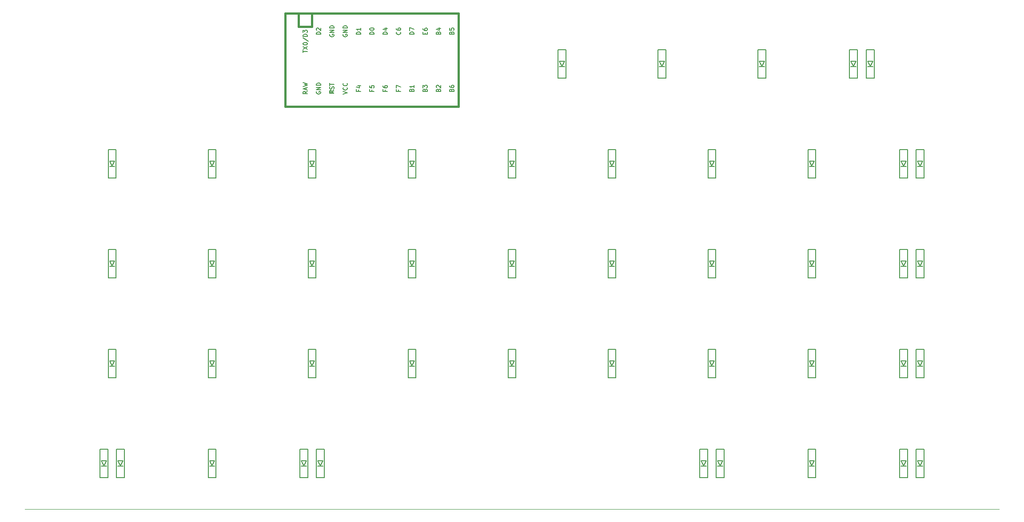
<source format=gto>
G04 #@! TF.GenerationSoftware,KiCad,Pcbnew,(5.1.4)-1*
G04 #@! TF.CreationDate,2021-09-01T11:25:30-10:00*
G04 #@! TF.ProjectId,oya45,6f796134-352e-46b6-9963-61645f706362,rev?*
G04 #@! TF.SameCoordinates,Original*
G04 #@! TF.FileFunction,Legend,Top*
G04 #@! TF.FilePolarity,Positive*
%FSLAX46Y46*%
G04 Gerber Fmt 4.6, Leading zero omitted, Abs format (unit mm)*
G04 Created by KiCad (PCBNEW (5.1.4)-1) date 2021-09-01 11:25:30*
%MOMM*%
%LPD*%
G04 APERTURE LIST*
%ADD10C,0.120000*%
%ADD11C,0.150000*%
%ADD12C,0.381000*%
%ADD13C,1.852000*%
%ADD14C,2.352000*%
%ADD15C,4.089800*%
%ADD16R,1.102000X1.502000*%
%ADD17R,1.854600X1.854600*%
%ADD18C,1.854600*%
%ADD19C,3.150000*%
G04 APERTURE END LIST*
D10*
X50006250Y-123825000D02*
X235743750Y-123825000D01*
D11*
X211887500Y-41593750D02*
X211887500Y-36193750D01*
X210387500Y-36193750D02*
X210387500Y-41593750D01*
X210387500Y-41593750D02*
X211887500Y-41593750D01*
X210387500Y-36193750D02*
X211887500Y-36193750D01*
X210637500Y-38393750D02*
X211637500Y-38393750D01*
X211637500Y-38393750D02*
X211137500Y-39293750D01*
X211137500Y-39293750D02*
X210637500Y-38393750D01*
X210637500Y-39393750D02*
X211637500Y-39393750D01*
X208712500Y-41593750D02*
X208712500Y-36193750D01*
X207212500Y-36193750D02*
X207212500Y-41593750D01*
X207212500Y-41593750D02*
X208712500Y-41593750D01*
X207212500Y-36193750D02*
X208712500Y-36193750D01*
X207462500Y-38393750D02*
X208462500Y-38393750D01*
X208462500Y-38393750D02*
X207962500Y-39293750D01*
X207962500Y-39293750D02*
X207462500Y-38393750D01*
X207462500Y-39393750D02*
X208462500Y-39393750D01*
X191250000Y-41593750D02*
X191250000Y-36193750D01*
X189750000Y-36193750D02*
X189750000Y-41593750D01*
X189750000Y-41593750D02*
X191250000Y-41593750D01*
X189750000Y-36193750D02*
X191250000Y-36193750D01*
X190000000Y-38393750D02*
X191000000Y-38393750D01*
X191000000Y-38393750D02*
X190500000Y-39293750D01*
X190500000Y-39293750D02*
X190000000Y-38393750D01*
X190000000Y-39393750D02*
X191000000Y-39393750D01*
X172200000Y-41593750D02*
X172200000Y-36193750D01*
X170700000Y-36193750D02*
X170700000Y-41593750D01*
X170700000Y-41593750D02*
X172200000Y-41593750D01*
X170700000Y-36193750D02*
X172200000Y-36193750D01*
X170950000Y-38393750D02*
X171950000Y-38393750D01*
X171950000Y-38393750D02*
X171450000Y-39293750D01*
X171450000Y-39293750D02*
X170950000Y-38393750D01*
X170950000Y-39393750D02*
X171950000Y-39393750D01*
X153150000Y-41593750D02*
X153150000Y-36193750D01*
X151650000Y-36193750D02*
X151650000Y-41593750D01*
X151650000Y-41593750D02*
X153150000Y-41593750D01*
X151650000Y-36193750D02*
X153150000Y-36193750D01*
X151900000Y-38393750D02*
X152900000Y-38393750D01*
X152900000Y-38393750D02*
X152400000Y-39293750D01*
X152400000Y-39293750D02*
X151900000Y-38393750D01*
X151900000Y-39393750D02*
X152900000Y-39393750D01*
X221412500Y-117793750D02*
X221412500Y-112393750D01*
X219912500Y-112393750D02*
X219912500Y-117793750D01*
X219912500Y-117793750D02*
X221412500Y-117793750D01*
X219912500Y-112393750D02*
X221412500Y-112393750D01*
X220162500Y-114593750D02*
X221162500Y-114593750D01*
X221162500Y-114593750D02*
X220662500Y-115493750D01*
X220662500Y-115493750D02*
X220162500Y-114593750D01*
X220162500Y-115593750D02*
X221162500Y-115593750D01*
X218237500Y-117793750D02*
X218237500Y-112393750D01*
X216737500Y-112393750D02*
X216737500Y-117793750D01*
X216737500Y-117793750D02*
X218237500Y-117793750D01*
X216737500Y-112393750D02*
X218237500Y-112393750D01*
X216987500Y-114593750D02*
X217987500Y-114593750D01*
X217987500Y-114593750D02*
X217487500Y-115493750D01*
X217487500Y-115493750D02*
X216987500Y-114593750D01*
X216987500Y-115593750D02*
X217987500Y-115593750D01*
X200775000Y-117793750D02*
X200775000Y-112393750D01*
X199275000Y-112393750D02*
X199275000Y-117793750D01*
X199275000Y-117793750D02*
X200775000Y-117793750D01*
X199275000Y-112393750D02*
X200775000Y-112393750D01*
X199525000Y-114593750D02*
X200525000Y-114593750D01*
X200525000Y-114593750D02*
X200025000Y-115493750D01*
X200025000Y-115493750D02*
X199525000Y-114593750D01*
X199525000Y-115593750D02*
X200525000Y-115593750D01*
X183312500Y-117793750D02*
X183312500Y-112393750D01*
X181812500Y-112393750D02*
X181812500Y-117793750D01*
X181812500Y-117793750D02*
X183312500Y-117793750D01*
X181812500Y-112393750D02*
X183312500Y-112393750D01*
X182062500Y-114593750D02*
X183062500Y-114593750D01*
X183062500Y-114593750D02*
X182562500Y-115493750D01*
X182562500Y-115493750D02*
X182062500Y-114593750D01*
X182062500Y-115593750D02*
X183062500Y-115593750D01*
X180137500Y-117793750D02*
X180137500Y-112393750D01*
X178637500Y-112393750D02*
X178637500Y-117793750D01*
X178637500Y-117793750D02*
X180137500Y-117793750D01*
X178637500Y-112393750D02*
X180137500Y-112393750D01*
X178887500Y-114593750D02*
X179887500Y-114593750D01*
X179887500Y-114593750D02*
X179387500Y-115493750D01*
X179387500Y-115493750D02*
X178887500Y-114593750D01*
X178887500Y-115593750D02*
X179887500Y-115593750D01*
X107112500Y-117793750D02*
X107112500Y-112393750D01*
X105612500Y-112393750D02*
X105612500Y-117793750D01*
X105612500Y-117793750D02*
X107112500Y-117793750D01*
X105612500Y-112393750D02*
X107112500Y-112393750D01*
X105862500Y-114593750D02*
X106862500Y-114593750D01*
X106862500Y-114593750D02*
X106362500Y-115493750D01*
X106362500Y-115493750D02*
X105862500Y-114593750D01*
X105862500Y-115593750D02*
X106862500Y-115593750D01*
X103937500Y-117793750D02*
X103937500Y-112393750D01*
X102437500Y-112393750D02*
X102437500Y-117793750D01*
X102437500Y-117793750D02*
X103937500Y-117793750D01*
X102437500Y-112393750D02*
X103937500Y-112393750D01*
X102687500Y-114593750D02*
X103687500Y-114593750D01*
X103687500Y-114593750D02*
X103187500Y-115493750D01*
X103187500Y-115493750D02*
X102687500Y-114593750D01*
X102687500Y-115593750D02*
X103687500Y-115593750D01*
X86475000Y-117793750D02*
X86475000Y-112393750D01*
X84975000Y-112393750D02*
X84975000Y-117793750D01*
X84975000Y-117793750D02*
X86475000Y-117793750D01*
X84975000Y-112393750D02*
X86475000Y-112393750D01*
X85225000Y-114593750D02*
X86225000Y-114593750D01*
X86225000Y-114593750D02*
X85725000Y-115493750D01*
X85725000Y-115493750D02*
X85225000Y-114593750D01*
X85225000Y-115593750D02*
X86225000Y-115593750D01*
X69012500Y-117793750D02*
X69012500Y-112393750D01*
X67512500Y-112393750D02*
X67512500Y-117793750D01*
X67512500Y-117793750D02*
X69012500Y-117793750D01*
X67512500Y-112393750D02*
X69012500Y-112393750D01*
X67762500Y-114593750D02*
X68762500Y-114593750D01*
X68762500Y-114593750D02*
X68262500Y-115493750D01*
X68262500Y-115493750D02*
X67762500Y-114593750D01*
X67762500Y-115593750D02*
X68762500Y-115593750D01*
X65837500Y-117793750D02*
X65837500Y-112393750D01*
X64337500Y-112393750D02*
X64337500Y-117793750D01*
X64337500Y-117793750D02*
X65837500Y-117793750D01*
X64337500Y-112393750D02*
X65837500Y-112393750D01*
X64587500Y-114593750D02*
X65587500Y-114593750D01*
X65587500Y-114593750D02*
X65087500Y-115493750D01*
X65087500Y-115493750D02*
X64587500Y-114593750D01*
X64587500Y-115593750D02*
X65587500Y-115593750D01*
X221412500Y-98743750D02*
X221412500Y-93343750D01*
X219912500Y-93343750D02*
X219912500Y-98743750D01*
X219912500Y-98743750D02*
X221412500Y-98743750D01*
X219912500Y-93343750D02*
X221412500Y-93343750D01*
X220162500Y-95543750D02*
X221162500Y-95543750D01*
X221162500Y-95543750D02*
X220662500Y-96443750D01*
X220662500Y-96443750D02*
X220162500Y-95543750D01*
X220162500Y-96543750D02*
X221162500Y-96543750D01*
X218237500Y-98743750D02*
X218237500Y-93343750D01*
X216737500Y-93343750D02*
X216737500Y-98743750D01*
X216737500Y-98743750D02*
X218237500Y-98743750D01*
X216737500Y-93343750D02*
X218237500Y-93343750D01*
X216987500Y-95543750D02*
X217987500Y-95543750D01*
X217987500Y-95543750D02*
X217487500Y-96443750D01*
X217487500Y-96443750D02*
X216987500Y-95543750D01*
X216987500Y-96543750D02*
X217987500Y-96543750D01*
X200775000Y-98743750D02*
X200775000Y-93343750D01*
X199275000Y-93343750D02*
X199275000Y-98743750D01*
X199275000Y-98743750D02*
X200775000Y-98743750D01*
X199275000Y-93343750D02*
X200775000Y-93343750D01*
X199525000Y-95543750D02*
X200525000Y-95543750D01*
X200525000Y-95543750D02*
X200025000Y-96443750D01*
X200025000Y-96443750D02*
X199525000Y-95543750D01*
X199525000Y-96543750D02*
X200525000Y-96543750D01*
X181725000Y-98743750D02*
X181725000Y-93343750D01*
X180225000Y-93343750D02*
X180225000Y-98743750D01*
X180225000Y-98743750D02*
X181725000Y-98743750D01*
X180225000Y-93343750D02*
X181725000Y-93343750D01*
X180475000Y-95543750D02*
X181475000Y-95543750D01*
X181475000Y-95543750D02*
X180975000Y-96443750D01*
X180975000Y-96443750D02*
X180475000Y-95543750D01*
X180475000Y-96543750D02*
X181475000Y-96543750D01*
X162675000Y-98743750D02*
X162675000Y-93343750D01*
X161175000Y-93343750D02*
X161175000Y-98743750D01*
X161175000Y-98743750D02*
X162675000Y-98743750D01*
X161175000Y-93343750D02*
X162675000Y-93343750D01*
X161425000Y-95543750D02*
X162425000Y-95543750D01*
X162425000Y-95543750D02*
X161925000Y-96443750D01*
X161925000Y-96443750D02*
X161425000Y-95543750D01*
X161425000Y-96543750D02*
X162425000Y-96543750D01*
X143625000Y-98743750D02*
X143625000Y-93343750D01*
X142125000Y-93343750D02*
X142125000Y-98743750D01*
X142125000Y-98743750D02*
X143625000Y-98743750D01*
X142125000Y-93343750D02*
X143625000Y-93343750D01*
X142375000Y-95543750D02*
X143375000Y-95543750D01*
X143375000Y-95543750D02*
X142875000Y-96443750D01*
X142875000Y-96443750D02*
X142375000Y-95543750D01*
X142375000Y-96543750D02*
X143375000Y-96543750D01*
X124575000Y-98743750D02*
X124575000Y-93343750D01*
X123075000Y-93343750D02*
X123075000Y-98743750D01*
X123075000Y-98743750D02*
X124575000Y-98743750D01*
X123075000Y-93343750D02*
X124575000Y-93343750D01*
X123325000Y-95543750D02*
X124325000Y-95543750D01*
X124325000Y-95543750D02*
X123825000Y-96443750D01*
X123825000Y-96443750D02*
X123325000Y-95543750D01*
X123325000Y-96543750D02*
X124325000Y-96543750D01*
X105525000Y-98743750D02*
X105525000Y-93343750D01*
X104025000Y-93343750D02*
X104025000Y-98743750D01*
X104025000Y-98743750D02*
X105525000Y-98743750D01*
X104025000Y-93343750D02*
X105525000Y-93343750D01*
X104275000Y-95543750D02*
X105275000Y-95543750D01*
X105275000Y-95543750D02*
X104775000Y-96443750D01*
X104775000Y-96443750D02*
X104275000Y-95543750D01*
X104275000Y-96543750D02*
X105275000Y-96543750D01*
X86475000Y-98743750D02*
X86475000Y-93343750D01*
X84975000Y-93343750D02*
X84975000Y-98743750D01*
X84975000Y-98743750D02*
X86475000Y-98743750D01*
X84975000Y-93343750D02*
X86475000Y-93343750D01*
X85225000Y-95543750D02*
X86225000Y-95543750D01*
X86225000Y-95543750D02*
X85725000Y-96443750D01*
X85725000Y-96443750D02*
X85225000Y-95543750D01*
X85225000Y-96543750D02*
X86225000Y-96543750D01*
X67425000Y-98743750D02*
X67425000Y-93343750D01*
X65925000Y-93343750D02*
X65925000Y-98743750D01*
X65925000Y-98743750D02*
X67425000Y-98743750D01*
X65925000Y-93343750D02*
X67425000Y-93343750D01*
X66175000Y-95543750D02*
X67175000Y-95543750D01*
X67175000Y-95543750D02*
X66675000Y-96443750D01*
X66675000Y-96443750D02*
X66175000Y-95543750D01*
X66175000Y-96543750D02*
X67175000Y-96543750D01*
X221412500Y-79693750D02*
X221412500Y-74293750D01*
X219912500Y-74293750D02*
X219912500Y-79693750D01*
X219912500Y-79693750D02*
X221412500Y-79693750D01*
X219912500Y-74293750D02*
X221412500Y-74293750D01*
X220162500Y-76493750D02*
X221162500Y-76493750D01*
X221162500Y-76493750D02*
X220662500Y-77393750D01*
X220662500Y-77393750D02*
X220162500Y-76493750D01*
X220162500Y-77493750D02*
X221162500Y-77493750D01*
X218237500Y-79693750D02*
X218237500Y-74293750D01*
X216737500Y-74293750D02*
X216737500Y-79693750D01*
X216737500Y-79693750D02*
X218237500Y-79693750D01*
X216737500Y-74293750D02*
X218237500Y-74293750D01*
X216987500Y-76493750D02*
X217987500Y-76493750D01*
X217987500Y-76493750D02*
X217487500Y-77393750D01*
X217487500Y-77393750D02*
X216987500Y-76493750D01*
X216987500Y-77493750D02*
X217987500Y-77493750D01*
X200775000Y-79693750D02*
X200775000Y-74293750D01*
X199275000Y-74293750D02*
X199275000Y-79693750D01*
X199275000Y-79693750D02*
X200775000Y-79693750D01*
X199275000Y-74293750D02*
X200775000Y-74293750D01*
X199525000Y-76493750D02*
X200525000Y-76493750D01*
X200525000Y-76493750D02*
X200025000Y-77393750D01*
X200025000Y-77393750D02*
X199525000Y-76493750D01*
X199525000Y-77493750D02*
X200525000Y-77493750D01*
X181725000Y-79693750D02*
X181725000Y-74293750D01*
X180225000Y-74293750D02*
X180225000Y-79693750D01*
X180225000Y-79693750D02*
X181725000Y-79693750D01*
X180225000Y-74293750D02*
X181725000Y-74293750D01*
X180475000Y-76493750D02*
X181475000Y-76493750D01*
X181475000Y-76493750D02*
X180975000Y-77393750D01*
X180975000Y-77393750D02*
X180475000Y-76493750D01*
X180475000Y-77493750D02*
X181475000Y-77493750D01*
X162675000Y-79693750D02*
X162675000Y-74293750D01*
X161175000Y-74293750D02*
X161175000Y-79693750D01*
X161175000Y-79693750D02*
X162675000Y-79693750D01*
X161175000Y-74293750D02*
X162675000Y-74293750D01*
X161425000Y-76493750D02*
X162425000Y-76493750D01*
X162425000Y-76493750D02*
X161925000Y-77393750D01*
X161925000Y-77393750D02*
X161425000Y-76493750D01*
X161425000Y-77493750D02*
X162425000Y-77493750D01*
X143625000Y-79693750D02*
X143625000Y-74293750D01*
X142125000Y-74293750D02*
X142125000Y-79693750D01*
X142125000Y-79693750D02*
X143625000Y-79693750D01*
X142125000Y-74293750D02*
X143625000Y-74293750D01*
X142375000Y-76493750D02*
X143375000Y-76493750D01*
X143375000Y-76493750D02*
X142875000Y-77393750D01*
X142875000Y-77393750D02*
X142375000Y-76493750D01*
X142375000Y-77493750D02*
X143375000Y-77493750D01*
X124575000Y-79693750D02*
X124575000Y-74293750D01*
X123075000Y-74293750D02*
X123075000Y-79693750D01*
X123075000Y-79693750D02*
X124575000Y-79693750D01*
X123075000Y-74293750D02*
X124575000Y-74293750D01*
X123325000Y-76493750D02*
X124325000Y-76493750D01*
X124325000Y-76493750D02*
X123825000Y-77393750D01*
X123825000Y-77393750D02*
X123325000Y-76493750D01*
X123325000Y-77493750D02*
X124325000Y-77493750D01*
X105525000Y-79693750D02*
X105525000Y-74293750D01*
X104025000Y-74293750D02*
X104025000Y-79693750D01*
X104025000Y-79693750D02*
X105525000Y-79693750D01*
X104025000Y-74293750D02*
X105525000Y-74293750D01*
X104275000Y-76493750D02*
X105275000Y-76493750D01*
X105275000Y-76493750D02*
X104775000Y-77393750D01*
X104775000Y-77393750D02*
X104275000Y-76493750D01*
X104275000Y-77493750D02*
X105275000Y-77493750D01*
X86475000Y-79693750D02*
X86475000Y-74293750D01*
X84975000Y-74293750D02*
X84975000Y-79693750D01*
X84975000Y-79693750D02*
X86475000Y-79693750D01*
X84975000Y-74293750D02*
X86475000Y-74293750D01*
X85225000Y-76493750D02*
X86225000Y-76493750D01*
X86225000Y-76493750D02*
X85725000Y-77393750D01*
X85725000Y-77393750D02*
X85225000Y-76493750D01*
X85225000Y-77493750D02*
X86225000Y-77493750D01*
X67425000Y-79693750D02*
X67425000Y-74293750D01*
X65925000Y-74293750D02*
X65925000Y-79693750D01*
X65925000Y-79693750D02*
X67425000Y-79693750D01*
X65925000Y-74293750D02*
X67425000Y-74293750D01*
X66175000Y-76493750D02*
X67175000Y-76493750D01*
X67175000Y-76493750D02*
X66675000Y-77393750D01*
X66675000Y-77393750D02*
X66175000Y-76493750D01*
X66175000Y-77493750D02*
X67175000Y-77493750D01*
X221412500Y-60643750D02*
X221412500Y-55243750D01*
X219912500Y-55243750D02*
X219912500Y-60643750D01*
X219912500Y-60643750D02*
X221412500Y-60643750D01*
X219912500Y-55243750D02*
X221412500Y-55243750D01*
X220162500Y-57443750D02*
X221162500Y-57443750D01*
X221162500Y-57443750D02*
X220662500Y-58343750D01*
X220662500Y-58343750D02*
X220162500Y-57443750D01*
X220162500Y-58443750D02*
X221162500Y-58443750D01*
X218237500Y-60643750D02*
X218237500Y-55243750D01*
X216737500Y-55243750D02*
X216737500Y-60643750D01*
X216737500Y-60643750D02*
X218237500Y-60643750D01*
X216737500Y-55243750D02*
X218237500Y-55243750D01*
X216987500Y-57443750D02*
X217987500Y-57443750D01*
X217987500Y-57443750D02*
X217487500Y-58343750D01*
X217487500Y-58343750D02*
X216987500Y-57443750D01*
X216987500Y-58443750D02*
X217987500Y-58443750D01*
X200775000Y-60643750D02*
X200775000Y-55243750D01*
X199275000Y-55243750D02*
X199275000Y-60643750D01*
X199275000Y-60643750D02*
X200775000Y-60643750D01*
X199275000Y-55243750D02*
X200775000Y-55243750D01*
X199525000Y-57443750D02*
X200525000Y-57443750D01*
X200525000Y-57443750D02*
X200025000Y-58343750D01*
X200025000Y-58343750D02*
X199525000Y-57443750D01*
X199525000Y-58443750D02*
X200525000Y-58443750D01*
X181725000Y-60643750D02*
X181725000Y-55243750D01*
X180225000Y-55243750D02*
X180225000Y-60643750D01*
X180225000Y-60643750D02*
X181725000Y-60643750D01*
X180225000Y-55243750D02*
X181725000Y-55243750D01*
X180475000Y-57443750D02*
X181475000Y-57443750D01*
X181475000Y-57443750D02*
X180975000Y-58343750D01*
X180975000Y-58343750D02*
X180475000Y-57443750D01*
X180475000Y-58443750D02*
X181475000Y-58443750D01*
X162675000Y-60643750D02*
X162675000Y-55243750D01*
X161175000Y-55243750D02*
X161175000Y-60643750D01*
X161175000Y-60643750D02*
X162675000Y-60643750D01*
X161175000Y-55243750D02*
X162675000Y-55243750D01*
X161425000Y-57443750D02*
X162425000Y-57443750D01*
X162425000Y-57443750D02*
X161925000Y-58343750D01*
X161925000Y-58343750D02*
X161425000Y-57443750D01*
X161425000Y-58443750D02*
X162425000Y-58443750D01*
X143625000Y-60643750D02*
X143625000Y-55243750D01*
X142125000Y-55243750D02*
X142125000Y-60643750D01*
X142125000Y-60643750D02*
X143625000Y-60643750D01*
X142125000Y-55243750D02*
X143625000Y-55243750D01*
X142375000Y-57443750D02*
X143375000Y-57443750D01*
X143375000Y-57443750D02*
X142875000Y-58343750D01*
X142875000Y-58343750D02*
X142375000Y-57443750D01*
X142375000Y-58443750D02*
X143375000Y-58443750D01*
X124575000Y-60643750D02*
X124575000Y-55243750D01*
X123075000Y-55243750D02*
X123075000Y-60643750D01*
X123075000Y-60643750D02*
X124575000Y-60643750D01*
X123075000Y-55243750D02*
X124575000Y-55243750D01*
X123325000Y-57443750D02*
X124325000Y-57443750D01*
X124325000Y-57443750D02*
X123825000Y-58343750D01*
X123825000Y-58343750D02*
X123325000Y-57443750D01*
X123325000Y-58443750D02*
X124325000Y-58443750D01*
X105525000Y-60643750D02*
X105525000Y-55243750D01*
X104025000Y-55243750D02*
X104025000Y-60643750D01*
X104025000Y-60643750D02*
X105525000Y-60643750D01*
X104025000Y-55243750D02*
X105525000Y-55243750D01*
X104275000Y-57443750D02*
X105275000Y-57443750D01*
X105275000Y-57443750D02*
X104775000Y-58343750D01*
X104775000Y-58343750D02*
X104275000Y-57443750D01*
X104275000Y-58443750D02*
X105275000Y-58443750D01*
X86475000Y-60643750D02*
X86475000Y-55243750D01*
X84975000Y-55243750D02*
X84975000Y-60643750D01*
X84975000Y-60643750D02*
X86475000Y-60643750D01*
X84975000Y-55243750D02*
X86475000Y-55243750D01*
X85225000Y-57443750D02*
X86225000Y-57443750D01*
X86225000Y-57443750D02*
X85725000Y-58343750D01*
X85725000Y-58343750D02*
X85225000Y-57443750D01*
X85225000Y-58443750D02*
X86225000Y-58443750D01*
X67425000Y-60643750D02*
X67425000Y-55243750D01*
X65925000Y-55243750D02*
X65925000Y-60643750D01*
X65925000Y-60643750D02*
X67425000Y-60643750D01*
X65925000Y-55243750D02*
X67425000Y-55243750D01*
X66175000Y-57443750D02*
X67175000Y-57443750D01*
X67175000Y-57443750D02*
X66675000Y-58343750D01*
X66675000Y-58343750D02*
X66175000Y-57443750D01*
X66175000Y-58443750D02*
X67175000Y-58443750D01*
D12*
X104775000Y-31750000D02*
X104775000Y-29210000D01*
X102235000Y-31750000D02*
X104775000Y-31750000D01*
D11*
G36*
X108524030Y-44144635D02*
G01*
X108624030Y-44144635D01*
X108624030Y-44244635D01*
X108524030Y-44244635D01*
X108524030Y-44144635D01*
G37*
X108524030Y-44144635D02*
X108624030Y-44144635D01*
X108624030Y-44244635D01*
X108524030Y-44244635D01*
X108524030Y-44144635D01*
G36*
X108124030Y-44344635D02*
G01*
X108924030Y-44344635D01*
X108924030Y-44444635D01*
X108124030Y-44444635D01*
X108124030Y-44344635D01*
G37*
X108124030Y-44344635D02*
X108924030Y-44344635D01*
X108924030Y-44444635D01*
X108124030Y-44444635D01*
X108124030Y-44344635D01*
G36*
X108724030Y-43944635D02*
G01*
X108924030Y-43944635D01*
X108924030Y-44044635D01*
X108724030Y-44044635D01*
X108724030Y-43944635D01*
G37*
X108724030Y-43944635D02*
X108924030Y-43944635D01*
X108924030Y-44044635D01*
X108724030Y-44044635D01*
X108724030Y-43944635D01*
G36*
X108124030Y-43944635D02*
G01*
X108424030Y-43944635D01*
X108424030Y-44044635D01*
X108124030Y-44044635D01*
X108124030Y-43944635D01*
G37*
X108124030Y-43944635D02*
X108424030Y-43944635D01*
X108424030Y-44044635D01*
X108124030Y-44044635D01*
X108124030Y-43944635D01*
G36*
X108124030Y-43944635D02*
G01*
X108224030Y-43944635D01*
X108224030Y-44444635D01*
X108124030Y-44444635D01*
X108124030Y-43944635D01*
G37*
X108124030Y-43944635D02*
X108224030Y-43944635D01*
X108224030Y-44444635D01*
X108124030Y-44444635D01*
X108124030Y-43944635D01*
D12*
X132715000Y-46990000D02*
X99695000Y-46990000D01*
X132715000Y-29210000D02*
X132715000Y-46990000D01*
X99695000Y-29210000D02*
X132715000Y-29210000D01*
X99695000Y-46990000D02*
X99695000Y-29210000D01*
X102235000Y-31750000D02*
X102235000Y-29210000D01*
D11*
X106406904Y-33229476D02*
X105606904Y-33229476D01*
X105606904Y-33039000D01*
X105645000Y-32924714D01*
X105721190Y-32848523D01*
X105797380Y-32810428D01*
X105949761Y-32772333D01*
X106064047Y-32772333D01*
X106216428Y-32810428D01*
X106292619Y-32848523D01*
X106368809Y-32924714D01*
X106406904Y-33039000D01*
X106406904Y-33229476D01*
X105683095Y-32467571D02*
X105645000Y-32429476D01*
X105606904Y-32353285D01*
X105606904Y-32162809D01*
X105645000Y-32086619D01*
X105683095Y-32048523D01*
X105759285Y-32010428D01*
X105835476Y-32010428D01*
X105949761Y-32048523D01*
X106406904Y-32505666D01*
X106406904Y-32010428D01*
X116566904Y-33229476D02*
X115766904Y-33229476D01*
X115766904Y-33039000D01*
X115805000Y-32924714D01*
X115881190Y-32848523D01*
X115957380Y-32810428D01*
X116109761Y-32772333D01*
X116224047Y-32772333D01*
X116376428Y-32810428D01*
X116452619Y-32848523D01*
X116528809Y-32924714D01*
X116566904Y-33039000D01*
X116566904Y-33229476D01*
X115766904Y-32277095D02*
X115766904Y-32200904D01*
X115805000Y-32124714D01*
X115843095Y-32086619D01*
X115919285Y-32048523D01*
X116071666Y-32010428D01*
X116262142Y-32010428D01*
X116414523Y-32048523D01*
X116490714Y-32086619D01*
X116528809Y-32124714D01*
X116566904Y-32200904D01*
X116566904Y-32277095D01*
X116528809Y-32353285D01*
X116490714Y-32391380D01*
X116414523Y-32429476D01*
X116262142Y-32467571D01*
X116071666Y-32467571D01*
X115919285Y-32429476D01*
X115843095Y-32391380D01*
X115805000Y-32353285D01*
X115766904Y-32277095D01*
X114026904Y-33229476D02*
X113226904Y-33229476D01*
X113226904Y-33039000D01*
X113265000Y-32924714D01*
X113341190Y-32848523D01*
X113417380Y-32810428D01*
X113569761Y-32772333D01*
X113684047Y-32772333D01*
X113836428Y-32810428D01*
X113912619Y-32848523D01*
X113988809Y-32924714D01*
X114026904Y-33039000D01*
X114026904Y-33229476D01*
X114026904Y-32010428D02*
X114026904Y-32467571D01*
X114026904Y-32239000D02*
X113226904Y-32239000D01*
X113341190Y-32315190D01*
X113417380Y-32391380D01*
X113455476Y-32467571D01*
X110725000Y-33248523D02*
X110686904Y-33324714D01*
X110686904Y-33439000D01*
X110725000Y-33553285D01*
X110801190Y-33629476D01*
X110877380Y-33667571D01*
X111029761Y-33705666D01*
X111144047Y-33705666D01*
X111296428Y-33667571D01*
X111372619Y-33629476D01*
X111448809Y-33553285D01*
X111486904Y-33439000D01*
X111486904Y-33362809D01*
X111448809Y-33248523D01*
X111410714Y-33210428D01*
X111144047Y-33210428D01*
X111144047Y-33362809D01*
X111486904Y-32867571D02*
X110686904Y-32867571D01*
X111486904Y-32410428D01*
X110686904Y-32410428D01*
X111486904Y-32029476D02*
X110686904Y-32029476D01*
X110686904Y-31839000D01*
X110725000Y-31724714D01*
X110801190Y-31648523D01*
X110877380Y-31610428D01*
X111029761Y-31572333D01*
X111144047Y-31572333D01*
X111296428Y-31610428D01*
X111372619Y-31648523D01*
X111448809Y-31724714D01*
X111486904Y-31839000D01*
X111486904Y-32029476D01*
X108185000Y-33248523D02*
X108146904Y-33324714D01*
X108146904Y-33439000D01*
X108185000Y-33553285D01*
X108261190Y-33629476D01*
X108337380Y-33667571D01*
X108489761Y-33705666D01*
X108604047Y-33705666D01*
X108756428Y-33667571D01*
X108832619Y-33629476D01*
X108908809Y-33553285D01*
X108946904Y-33439000D01*
X108946904Y-33362809D01*
X108908809Y-33248523D01*
X108870714Y-33210428D01*
X108604047Y-33210428D01*
X108604047Y-33362809D01*
X108946904Y-32867571D02*
X108146904Y-32867571D01*
X108946904Y-32410428D01*
X108146904Y-32410428D01*
X108946904Y-32029476D02*
X108146904Y-32029476D01*
X108146904Y-31839000D01*
X108185000Y-31724714D01*
X108261190Y-31648523D01*
X108337380Y-31610428D01*
X108489761Y-31572333D01*
X108604047Y-31572333D01*
X108756428Y-31610428D01*
X108832619Y-31648523D01*
X108908809Y-31724714D01*
X108946904Y-31839000D01*
X108946904Y-32029476D01*
X119106904Y-33229476D02*
X118306904Y-33229476D01*
X118306904Y-33039000D01*
X118345000Y-32924714D01*
X118421190Y-32848523D01*
X118497380Y-32810428D01*
X118649761Y-32772333D01*
X118764047Y-32772333D01*
X118916428Y-32810428D01*
X118992619Y-32848523D01*
X119068809Y-32924714D01*
X119106904Y-33039000D01*
X119106904Y-33229476D01*
X118573571Y-32086619D02*
X119106904Y-32086619D01*
X118268809Y-32277095D02*
X118840238Y-32467571D01*
X118840238Y-31972333D01*
X121570714Y-32772333D02*
X121608809Y-32810428D01*
X121646904Y-32924714D01*
X121646904Y-33000904D01*
X121608809Y-33115190D01*
X121532619Y-33191380D01*
X121456428Y-33229476D01*
X121304047Y-33267571D01*
X121189761Y-33267571D01*
X121037380Y-33229476D01*
X120961190Y-33191380D01*
X120885000Y-33115190D01*
X120846904Y-33000904D01*
X120846904Y-32924714D01*
X120885000Y-32810428D01*
X120923095Y-32772333D01*
X120846904Y-32086619D02*
X120846904Y-32239000D01*
X120885000Y-32315190D01*
X120923095Y-32353285D01*
X121037380Y-32429476D01*
X121189761Y-32467571D01*
X121494523Y-32467571D01*
X121570714Y-32429476D01*
X121608809Y-32391380D01*
X121646904Y-32315190D01*
X121646904Y-32162809D01*
X121608809Y-32086619D01*
X121570714Y-32048523D01*
X121494523Y-32010428D01*
X121304047Y-32010428D01*
X121227857Y-32048523D01*
X121189761Y-32086619D01*
X121151666Y-32162809D01*
X121151666Y-32315190D01*
X121189761Y-32391380D01*
X121227857Y-32429476D01*
X121304047Y-32467571D01*
X124186904Y-33229476D02*
X123386904Y-33229476D01*
X123386904Y-33039000D01*
X123425000Y-32924714D01*
X123501190Y-32848523D01*
X123577380Y-32810428D01*
X123729761Y-32772333D01*
X123844047Y-32772333D01*
X123996428Y-32810428D01*
X124072619Y-32848523D01*
X124148809Y-32924714D01*
X124186904Y-33039000D01*
X124186904Y-33229476D01*
X123386904Y-32505666D02*
X123386904Y-31972333D01*
X124186904Y-32315190D01*
X126307857Y-33191380D02*
X126307857Y-32924714D01*
X126726904Y-32810428D02*
X126726904Y-33191380D01*
X125926904Y-33191380D01*
X125926904Y-32810428D01*
X125926904Y-32124714D02*
X125926904Y-32277095D01*
X125965000Y-32353285D01*
X126003095Y-32391380D01*
X126117380Y-32467571D01*
X126269761Y-32505666D01*
X126574523Y-32505666D01*
X126650714Y-32467571D01*
X126688809Y-32429476D01*
X126726904Y-32353285D01*
X126726904Y-32200904D01*
X126688809Y-32124714D01*
X126650714Y-32086619D01*
X126574523Y-32048523D01*
X126384047Y-32048523D01*
X126307857Y-32086619D01*
X126269761Y-32124714D01*
X126231666Y-32200904D01*
X126231666Y-32353285D01*
X126269761Y-32429476D01*
X126307857Y-32467571D01*
X126384047Y-32505666D01*
X128847857Y-32962809D02*
X128885952Y-32848523D01*
X128924047Y-32810428D01*
X129000238Y-32772333D01*
X129114523Y-32772333D01*
X129190714Y-32810428D01*
X129228809Y-32848523D01*
X129266904Y-32924714D01*
X129266904Y-33229476D01*
X128466904Y-33229476D01*
X128466904Y-32962809D01*
X128505000Y-32886619D01*
X128543095Y-32848523D01*
X128619285Y-32810428D01*
X128695476Y-32810428D01*
X128771666Y-32848523D01*
X128809761Y-32886619D01*
X128847857Y-32962809D01*
X128847857Y-33229476D01*
X128733571Y-32086619D02*
X129266904Y-32086619D01*
X128428809Y-32277095D02*
X129000238Y-32467571D01*
X129000238Y-31972333D01*
X131387857Y-32962809D02*
X131425952Y-32848523D01*
X131464047Y-32810428D01*
X131540238Y-32772333D01*
X131654523Y-32772333D01*
X131730714Y-32810428D01*
X131768809Y-32848523D01*
X131806904Y-32924714D01*
X131806904Y-33229476D01*
X131006904Y-33229476D01*
X131006904Y-32962809D01*
X131045000Y-32886619D01*
X131083095Y-32848523D01*
X131159285Y-32810428D01*
X131235476Y-32810428D01*
X131311666Y-32848523D01*
X131349761Y-32886619D01*
X131387857Y-32962809D01*
X131387857Y-33229476D01*
X131006904Y-32048523D02*
X131006904Y-32429476D01*
X131387857Y-32467571D01*
X131349761Y-32429476D01*
X131311666Y-32353285D01*
X131311666Y-32162809D01*
X131349761Y-32086619D01*
X131387857Y-32048523D01*
X131464047Y-32010428D01*
X131654523Y-32010428D01*
X131730714Y-32048523D01*
X131768809Y-32086619D01*
X131806904Y-32162809D01*
X131806904Y-32353285D01*
X131768809Y-32429476D01*
X131730714Y-32467571D01*
X131387857Y-43884809D02*
X131425952Y-43770523D01*
X131464047Y-43732428D01*
X131540238Y-43694333D01*
X131654523Y-43694333D01*
X131730714Y-43732428D01*
X131768809Y-43770523D01*
X131806904Y-43846714D01*
X131806904Y-44151476D01*
X131006904Y-44151476D01*
X131006904Y-43884809D01*
X131045000Y-43808619D01*
X131083095Y-43770523D01*
X131159285Y-43732428D01*
X131235476Y-43732428D01*
X131311666Y-43770523D01*
X131349761Y-43808619D01*
X131387857Y-43884809D01*
X131387857Y-44151476D01*
X131006904Y-43008619D02*
X131006904Y-43161000D01*
X131045000Y-43237190D01*
X131083095Y-43275285D01*
X131197380Y-43351476D01*
X131349761Y-43389571D01*
X131654523Y-43389571D01*
X131730714Y-43351476D01*
X131768809Y-43313380D01*
X131806904Y-43237190D01*
X131806904Y-43084809D01*
X131768809Y-43008619D01*
X131730714Y-42970523D01*
X131654523Y-42932428D01*
X131464047Y-42932428D01*
X131387857Y-42970523D01*
X131349761Y-43008619D01*
X131311666Y-43084809D01*
X131311666Y-43237190D01*
X131349761Y-43313380D01*
X131387857Y-43351476D01*
X131464047Y-43389571D01*
X126307857Y-43884809D02*
X126345952Y-43770523D01*
X126384047Y-43732428D01*
X126460238Y-43694333D01*
X126574523Y-43694333D01*
X126650714Y-43732428D01*
X126688809Y-43770523D01*
X126726904Y-43846714D01*
X126726904Y-44151476D01*
X125926904Y-44151476D01*
X125926904Y-43884809D01*
X125965000Y-43808619D01*
X126003095Y-43770523D01*
X126079285Y-43732428D01*
X126155476Y-43732428D01*
X126231666Y-43770523D01*
X126269761Y-43808619D01*
X126307857Y-43884809D01*
X126307857Y-44151476D01*
X125926904Y-43427666D02*
X125926904Y-42932428D01*
X126231666Y-43199095D01*
X126231666Y-43084809D01*
X126269761Y-43008619D01*
X126307857Y-42970523D01*
X126384047Y-42932428D01*
X126574523Y-42932428D01*
X126650714Y-42970523D01*
X126688809Y-43008619D01*
X126726904Y-43084809D01*
X126726904Y-43313380D01*
X126688809Y-43389571D01*
X126650714Y-43427666D01*
X123767857Y-43884809D02*
X123805952Y-43770523D01*
X123844047Y-43732428D01*
X123920238Y-43694333D01*
X124034523Y-43694333D01*
X124110714Y-43732428D01*
X124148809Y-43770523D01*
X124186904Y-43846714D01*
X124186904Y-44151476D01*
X123386904Y-44151476D01*
X123386904Y-43884809D01*
X123425000Y-43808619D01*
X123463095Y-43770523D01*
X123539285Y-43732428D01*
X123615476Y-43732428D01*
X123691666Y-43770523D01*
X123729761Y-43808619D01*
X123767857Y-43884809D01*
X123767857Y-44151476D01*
X124186904Y-42932428D02*
X124186904Y-43389571D01*
X124186904Y-43161000D02*
X123386904Y-43161000D01*
X123501190Y-43237190D01*
X123577380Y-43313380D01*
X123615476Y-43389571D01*
X113607857Y-43827666D02*
X113607857Y-44094333D01*
X114026904Y-44094333D02*
X113226904Y-44094333D01*
X113226904Y-43713380D01*
X113493571Y-43065761D02*
X114026904Y-43065761D01*
X113188809Y-43256238D02*
X113760238Y-43446714D01*
X113760238Y-42951476D01*
X110686904Y-44627666D02*
X111486904Y-44361000D01*
X110686904Y-44094333D01*
X111410714Y-43370523D02*
X111448809Y-43408619D01*
X111486904Y-43522904D01*
X111486904Y-43599095D01*
X111448809Y-43713380D01*
X111372619Y-43789571D01*
X111296428Y-43827666D01*
X111144047Y-43865761D01*
X111029761Y-43865761D01*
X110877380Y-43827666D01*
X110801190Y-43789571D01*
X110725000Y-43713380D01*
X110686904Y-43599095D01*
X110686904Y-43522904D01*
X110725000Y-43408619D01*
X110763095Y-43370523D01*
X111410714Y-42570523D02*
X111448809Y-42608619D01*
X111486904Y-42722904D01*
X111486904Y-42799095D01*
X111448809Y-42913380D01*
X111372619Y-42989571D01*
X111296428Y-43027666D01*
X111144047Y-43065761D01*
X111029761Y-43065761D01*
X110877380Y-43027666D01*
X110801190Y-42989571D01*
X110725000Y-42913380D01*
X110686904Y-42799095D01*
X110686904Y-42722904D01*
X110725000Y-42608619D01*
X110763095Y-42570523D01*
X105645000Y-44170523D02*
X105606904Y-44246714D01*
X105606904Y-44361000D01*
X105645000Y-44475285D01*
X105721190Y-44551476D01*
X105797380Y-44589571D01*
X105949761Y-44627666D01*
X106064047Y-44627666D01*
X106216428Y-44589571D01*
X106292619Y-44551476D01*
X106368809Y-44475285D01*
X106406904Y-44361000D01*
X106406904Y-44284809D01*
X106368809Y-44170523D01*
X106330714Y-44132428D01*
X106064047Y-44132428D01*
X106064047Y-44284809D01*
X106406904Y-43789571D02*
X105606904Y-43789571D01*
X106406904Y-43332428D01*
X105606904Y-43332428D01*
X106406904Y-42951476D02*
X105606904Y-42951476D01*
X105606904Y-42761000D01*
X105645000Y-42646714D01*
X105721190Y-42570523D01*
X105797380Y-42532428D01*
X105949761Y-42494333D01*
X106064047Y-42494333D01*
X106216428Y-42532428D01*
X106292619Y-42570523D01*
X106368809Y-42646714D01*
X106406904Y-42761000D01*
X106406904Y-42951476D01*
X103866904Y-44113380D02*
X103485952Y-44380047D01*
X103866904Y-44570523D02*
X103066904Y-44570523D01*
X103066904Y-44265761D01*
X103105000Y-44189571D01*
X103143095Y-44151476D01*
X103219285Y-44113380D01*
X103333571Y-44113380D01*
X103409761Y-44151476D01*
X103447857Y-44189571D01*
X103485952Y-44265761D01*
X103485952Y-44570523D01*
X103638333Y-43808619D02*
X103638333Y-43427666D01*
X103866904Y-43884809D02*
X103066904Y-43618142D01*
X103866904Y-43351476D01*
X103066904Y-43161000D02*
X103866904Y-42970523D01*
X103295476Y-42818142D01*
X103866904Y-42665761D01*
X103066904Y-42475285D01*
X116147857Y-43827666D02*
X116147857Y-44094333D01*
X116566904Y-44094333D02*
X115766904Y-44094333D01*
X115766904Y-43713380D01*
X115766904Y-43027666D02*
X115766904Y-43408619D01*
X116147857Y-43446714D01*
X116109761Y-43408619D01*
X116071666Y-43332428D01*
X116071666Y-43141952D01*
X116109761Y-43065761D01*
X116147857Y-43027666D01*
X116224047Y-42989571D01*
X116414523Y-42989571D01*
X116490714Y-43027666D01*
X116528809Y-43065761D01*
X116566904Y-43141952D01*
X116566904Y-43332428D01*
X116528809Y-43408619D01*
X116490714Y-43446714D01*
X118687857Y-43827666D02*
X118687857Y-44094333D01*
X119106904Y-44094333D02*
X118306904Y-44094333D01*
X118306904Y-43713380D01*
X118306904Y-43065761D02*
X118306904Y-43218142D01*
X118345000Y-43294333D01*
X118383095Y-43332428D01*
X118497380Y-43408619D01*
X118649761Y-43446714D01*
X118954523Y-43446714D01*
X119030714Y-43408619D01*
X119068809Y-43370523D01*
X119106904Y-43294333D01*
X119106904Y-43141952D01*
X119068809Y-43065761D01*
X119030714Y-43027666D01*
X118954523Y-42989571D01*
X118764047Y-42989571D01*
X118687857Y-43027666D01*
X118649761Y-43065761D01*
X118611666Y-43141952D01*
X118611666Y-43294333D01*
X118649761Y-43370523D01*
X118687857Y-43408619D01*
X118764047Y-43446714D01*
X121227857Y-43827666D02*
X121227857Y-44094333D01*
X121646904Y-44094333D02*
X120846904Y-44094333D01*
X120846904Y-43713380D01*
X120846904Y-43484809D02*
X120846904Y-42951476D01*
X121646904Y-43294333D01*
X128847857Y-43884809D02*
X128885952Y-43770523D01*
X128924047Y-43732428D01*
X129000238Y-43694333D01*
X129114523Y-43694333D01*
X129190714Y-43732428D01*
X129228809Y-43770523D01*
X129266904Y-43846714D01*
X129266904Y-44151476D01*
X128466904Y-44151476D01*
X128466904Y-43884809D01*
X128505000Y-43808619D01*
X128543095Y-43770523D01*
X128619285Y-43732428D01*
X128695476Y-43732428D01*
X128771666Y-43770523D01*
X128809761Y-43808619D01*
X128847857Y-43884809D01*
X128847857Y-44151476D01*
X128543095Y-43389571D02*
X128505000Y-43351476D01*
X128466904Y-43275285D01*
X128466904Y-43084809D01*
X128505000Y-43008619D01*
X128543095Y-42970523D01*
X128619285Y-42932428D01*
X128695476Y-42932428D01*
X128809761Y-42970523D01*
X129266904Y-43427666D01*
X129266904Y-42932428D01*
X103066904Y-36718604D02*
X103066904Y-36261461D01*
X103866904Y-36490032D02*
X103066904Y-36490032D01*
X103066904Y-36070985D02*
X103866904Y-35537651D01*
X103066904Y-35537651D02*
X103866904Y-36070985D01*
X103066904Y-35080508D02*
X103066904Y-35004318D01*
X103105000Y-34928128D01*
X103143095Y-34890032D01*
X103219285Y-34851937D01*
X103371666Y-34813842D01*
X103562142Y-34813842D01*
X103714523Y-34851937D01*
X103790714Y-34890032D01*
X103828809Y-34928128D01*
X103866904Y-35004318D01*
X103866904Y-35080508D01*
X103828809Y-35156699D01*
X103790714Y-35194794D01*
X103714523Y-35232889D01*
X103562142Y-35270985D01*
X103371666Y-35270985D01*
X103219285Y-35232889D01*
X103143095Y-35194794D01*
X103105000Y-35156699D01*
X103066904Y-35080508D01*
X103028809Y-33899556D02*
X104057380Y-34585270D01*
X103866904Y-33632889D02*
X103066904Y-33632889D01*
X103066904Y-33442413D01*
X103105000Y-33328128D01*
X103181190Y-33251937D01*
X103257380Y-33213842D01*
X103409761Y-33175747D01*
X103524047Y-33175747D01*
X103676428Y-33213842D01*
X103752619Y-33251937D01*
X103828809Y-33328128D01*
X103866904Y-33442413D01*
X103866904Y-33632889D01*
X103066904Y-32909080D02*
X103066904Y-32413842D01*
X103371666Y-32680508D01*
X103371666Y-32566223D01*
X103409761Y-32490032D01*
X103447857Y-32451937D01*
X103524047Y-32413842D01*
X103714523Y-32413842D01*
X103790714Y-32451937D01*
X103828809Y-32490032D01*
X103866904Y-32566223D01*
X103866904Y-32794794D01*
X103828809Y-32870985D01*
X103790714Y-32909080D01*
X108888809Y-43673333D02*
X108926904Y-43559047D01*
X108926904Y-43368571D01*
X108888809Y-43292380D01*
X108850714Y-43254285D01*
X108774523Y-43216190D01*
X108698333Y-43216190D01*
X108622142Y-43254285D01*
X108584047Y-43292380D01*
X108545952Y-43368571D01*
X108507857Y-43520952D01*
X108469761Y-43597142D01*
X108431666Y-43635238D01*
X108355476Y-43673333D01*
X108279285Y-43673333D01*
X108203095Y-43635238D01*
X108165000Y-43597142D01*
X108126904Y-43520952D01*
X108126904Y-43330476D01*
X108165000Y-43216190D01*
X108126904Y-42987619D02*
X108126904Y-42530476D01*
X108926904Y-42759047D02*
X108126904Y-42759047D01*
%LPC*%
D13*
X90170000Y-114300000D03*
X100330000Y-114300000D03*
D14*
X99060000Y-111760000D03*
D15*
X95250000Y-114300000D03*
D14*
X92710000Y-109220000D03*
D13*
X166370000Y-114300000D03*
X176530000Y-114300000D03*
D14*
X175260000Y-111760000D03*
D15*
X171450000Y-114300000D03*
D14*
X168910000Y-109220000D03*
D13*
X137795000Y-38100000D03*
X147955000Y-38100000D03*
D14*
X146685000Y-35560000D03*
D15*
X142875000Y-38100000D03*
D14*
X140335000Y-33020000D03*
D16*
X211137500Y-37118750D03*
X211137500Y-40668750D03*
X207962500Y-37118750D03*
X207962500Y-40668750D03*
X190500000Y-37118750D03*
X190500000Y-40668750D03*
X171450000Y-37118750D03*
X171450000Y-40668750D03*
X152400000Y-37118750D03*
X152400000Y-40668750D03*
X220662500Y-113318750D03*
X220662500Y-116868750D03*
X217487500Y-113318750D03*
X217487500Y-116868750D03*
X200025000Y-113318750D03*
X200025000Y-116868750D03*
X182562500Y-113318750D03*
X182562500Y-116868750D03*
X179387500Y-113318750D03*
X179387500Y-116868750D03*
X106362500Y-113318750D03*
X106362500Y-116868750D03*
X103187500Y-113318750D03*
X103187500Y-116868750D03*
X85725000Y-113318750D03*
X85725000Y-116868750D03*
X68262500Y-113318750D03*
X68262500Y-116868750D03*
X65087500Y-113318750D03*
X65087500Y-116868750D03*
X220662500Y-94268750D03*
X220662500Y-97818750D03*
X217487500Y-94268750D03*
X217487500Y-97818750D03*
X200025000Y-94268750D03*
X200025000Y-97818750D03*
X180975000Y-94268750D03*
X180975000Y-97818750D03*
X161925000Y-94268750D03*
X161925000Y-97818750D03*
X142875000Y-94268750D03*
X142875000Y-97818750D03*
X123825000Y-94268750D03*
X123825000Y-97818750D03*
X104775000Y-94268750D03*
X104775000Y-97818750D03*
X85725000Y-94268750D03*
X85725000Y-97818750D03*
X66675000Y-94268750D03*
X66675000Y-97818750D03*
X220662500Y-75218750D03*
X220662500Y-78768750D03*
X217487500Y-75218750D03*
X217487500Y-78768750D03*
X200025000Y-75218750D03*
X200025000Y-78768750D03*
X180975000Y-75218750D03*
X180975000Y-78768750D03*
X161925000Y-75218750D03*
X161925000Y-78768750D03*
X142875000Y-75218750D03*
X142875000Y-78768750D03*
X123825000Y-75218750D03*
X123825000Y-78768750D03*
X104775000Y-75218750D03*
X104775000Y-78768750D03*
X85725000Y-75218750D03*
X85725000Y-78768750D03*
X66675000Y-75218750D03*
X66675000Y-78768750D03*
X220662500Y-56168750D03*
X220662500Y-59718750D03*
X217487500Y-56168750D03*
X217487500Y-59718750D03*
X200025000Y-56168750D03*
X200025000Y-59718750D03*
X180975000Y-56168750D03*
X180975000Y-59718750D03*
X161925000Y-56168750D03*
X161925000Y-59718750D03*
X142875000Y-56168750D03*
X142875000Y-59718750D03*
X123825000Y-56168750D03*
X123825000Y-59718750D03*
X104775000Y-56168750D03*
X104775000Y-59718750D03*
X85725000Y-56168750D03*
X85725000Y-59718750D03*
X66675000Y-56168750D03*
X66675000Y-59718750D03*
D13*
X194945000Y-38100000D03*
X205105000Y-38100000D03*
D14*
X203835000Y-35560000D03*
D15*
X200025000Y-38100000D03*
D14*
X197485000Y-33020000D03*
D13*
X213995000Y-38100000D03*
X224155000Y-38100000D03*
D14*
X222885000Y-35560000D03*
D15*
X219075000Y-38100000D03*
D14*
X216535000Y-33020000D03*
D17*
X103505000Y-30480000D03*
D18*
X106045000Y-30480000D03*
X108585000Y-30480000D03*
X111125000Y-30480000D03*
X113665000Y-30480000D03*
X116205000Y-30480000D03*
X118745000Y-30480000D03*
X121285000Y-30480000D03*
X123825000Y-30480000D03*
X126365000Y-30480000D03*
X128905000Y-30480000D03*
X131445000Y-45720000D03*
X128905000Y-45720000D03*
X126365000Y-45720000D03*
X123825000Y-45720000D03*
X121285000Y-45720000D03*
X118745000Y-45720000D03*
X116205000Y-45720000D03*
X113665000Y-45720000D03*
X111125000Y-45720000D03*
X108585000Y-45720000D03*
X106045000Y-45720000D03*
X131445000Y-30480000D03*
X103505000Y-45720000D03*
D15*
X150018750Y-106045000D03*
X173831250Y-106045000D03*
D19*
X150018750Y-121285000D03*
X173831250Y-121285000D03*
D13*
X156845000Y-114300000D03*
X167005000Y-114300000D03*
D14*
X165735000Y-111760000D03*
D15*
X161925000Y-114300000D03*
D14*
X159385000Y-109220000D03*
D15*
X111918750Y-106045000D03*
X135731250Y-106045000D03*
D19*
X111918750Y-121285000D03*
X135731250Y-121285000D03*
D13*
X118745000Y-114300000D03*
X128905000Y-114300000D03*
D14*
X127635000Y-111760000D03*
D15*
X123825000Y-114300000D03*
D14*
X121285000Y-109220000D03*
X140335000Y-109220000D03*
D15*
X142875000Y-114300000D03*
D14*
X146685000Y-111760000D03*
D13*
X147955000Y-114300000D03*
X137795000Y-114300000D03*
D19*
X190500000Y-121285000D03*
X95250000Y-121285000D03*
D15*
X190500000Y-106045000D03*
X95250000Y-106045000D03*
D13*
X175895000Y-38100000D03*
X186055000Y-38100000D03*
D14*
X184785000Y-35560000D03*
D15*
X180975000Y-38100000D03*
D14*
X178435000Y-33020000D03*
D13*
X156845000Y-38100000D03*
X167005000Y-38100000D03*
D14*
X165735000Y-35560000D03*
D15*
X161925000Y-38100000D03*
D14*
X159385000Y-33020000D03*
D13*
X223520000Y-114300000D03*
X233680000Y-114300000D03*
D14*
X232410000Y-111760000D03*
D15*
X228600000Y-114300000D03*
D14*
X226060000Y-109220000D03*
D13*
X204470000Y-114300000D03*
X214630000Y-114300000D03*
D14*
X213360000Y-111760000D03*
D15*
X209550000Y-114300000D03*
D14*
X207010000Y-109220000D03*
D13*
X185420000Y-114300000D03*
X195580000Y-114300000D03*
D14*
X194310000Y-111760000D03*
D15*
X190500000Y-114300000D03*
D14*
X187960000Y-109220000D03*
D13*
X147320000Y-114300000D03*
X157480000Y-114300000D03*
D14*
X156210000Y-111760000D03*
D15*
X152400000Y-114300000D03*
D14*
X149860000Y-109220000D03*
D13*
X128270000Y-114300000D03*
X138430000Y-114300000D03*
D14*
X137160000Y-111760000D03*
D15*
X133350000Y-114300000D03*
D14*
X130810000Y-109220000D03*
D13*
X109220000Y-114300000D03*
X119380000Y-114300000D03*
D14*
X118110000Y-111760000D03*
D15*
X114300000Y-114300000D03*
D14*
X111760000Y-109220000D03*
D13*
X71120000Y-114300000D03*
X81280000Y-114300000D03*
D14*
X80010000Y-111760000D03*
D15*
X76200000Y-114300000D03*
D14*
X73660000Y-109220000D03*
D13*
X52070000Y-114300000D03*
X62230000Y-114300000D03*
D14*
X60960000Y-111760000D03*
D15*
X57150000Y-114300000D03*
D14*
X54610000Y-109220000D03*
D13*
X223520000Y-95250000D03*
X233680000Y-95250000D03*
D14*
X232410000Y-92710000D03*
D15*
X228600000Y-95250000D03*
D14*
X226060000Y-90170000D03*
D13*
X204470000Y-95250000D03*
X214630000Y-95250000D03*
D14*
X213360000Y-92710000D03*
D15*
X209550000Y-95250000D03*
D14*
X207010000Y-90170000D03*
D13*
X185420000Y-95250000D03*
X195580000Y-95250000D03*
D14*
X194310000Y-92710000D03*
D15*
X190500000Y-95250000D03*
D14*
X187960000Y-90170000D03*
D13*
X166370000Y-95250000D03*
X176530000Y-95250000D03*
D14*
X175260000Y-92710000D03*
D15*
X171450000Y-95250000D03*
D14*
X168910000Y-90170000D03*
D13*
X147320000Y-95250000D03*
X157480000Y-95250000D03*
D14*
X156210000Y-92710000D03*
D15*
X152400000Y-95250000D03*
D14*
X149860000Y-90170000D03*
D13*
X128270000Y-95250000D03*
X138430000Y-95250000D03*
D14*
X137160000Y-92710000D03*
D15*
X133350000Y-95250000D03*
D14*
X130810000Y-90170000D03*
D13*
X109220000Y-95250000D03*
X119380000Y-95250000D03*
D14*
X118110000Y-92710000D03*
D15*
X114300000Y-95250000D03*
D14*
X111760000Y-90170000D03*
D13*
X90170000Y-95250000D03*
X100330000Y-95250000D03*
D14*
X99060000Y-92710000D03*
D15*
X95250000Y-95250000D03*
D14*
X92710000Y-90170000D03*
D13*
X71120000Y-95250000D03*
X81280000Y-95250000D03*
D14*
X80010000Y-92710000D03*
D15*
X76200000Y-95250000D03*
D14*
X73660000Y-90170000D03*
D13*
X52070000Y-95250000D03*
X62230000Y-95250000D03*
D14*
X60960000Y-92710000D03*
D15*
X57150000Y-95250000D03*
D14*
X54610000Y-90170000D03*
D13*
X223520000Y-76200000D03*
X233680000Y-76200000D03*
D14*
X232410000Y-73660000D03*
D15*
X228600000Y-76200000D03*
D14*
X226060000Y-71120000D03*
D13*
X204470000Y-76200000D03*
X214630000Y-76200000D03*
D14*
X213360000Y-73660000D03*
D15*
X209550000Y-76200000D03*
D14*
X207010000Y-71120000D03*
D13*
X185420000Y-76200000D03*
X195580000Y-76200000D03*
D14*
X194310000Y-73660000D03*
D15*
X190500000Y-76200000D03*
D14*
X187960000Y-71120000D03*
D13*
X166370000Y-76200000D03*
X176530000Y-76200000D03*
D14*
X175260000Y-73660000D03*
D15*
X171450000Y-76200000D03*
D14*
X168910000Y-71120000D03*
D13*
X147320000Y-76200000D03*
X157480000Y-76200000D03*
D14*
X156210000Y-73660000D03*
D15*
X152400000Y-76200000D03*
D14*
X149860000Y-71120000D03*
D13*
X128270000Y-76200000D03*
X138430000Y-76200000D03*
D14*
X137160000Y-73660000D03*
D15*
X133350000Y-76200000D03*
D14*
X130810000Y-71120000D03*
D13*
X109220000Y-76200000D03*
X119380000Y-76200000D03*
D14*
X118110000Y-73660000D03*
D15*
X114300000Y-76200000D03*
D14*
X111760000Y-71120000D03*
D13*
X90170000Y-76200000D03*
X100330000Y-76200000D03*
D14*
X99060000Y-73660000D03*
D15*
X95250000Y-76200000D03*
D14*
X92710000Y-71120000D03*
D13*
X71120000Y-76200000D03*
X81280000Y-76200000D03*
D14*
X80010000Y-73660000D03*
D15*
X76200000Y-76200000D03*
D14*
X73660000Y-71120000D03*
D13*
X52070000Y-76200000D03*
X62230000Y-76200000D03*
D14*
X60960000Y-73660000D03*
D15*
X57150000Y-76200000D03*
D14*
X54610000Y-71120000D03*
D13*
X223520000Y-57150000D03*
X233680000Y-57150000D03*
D14*
X232410000Y-54610000D03*
D15*
X228600000Y-57150000D03*
D14*
X226060000Y-52070000D03*
D13*
X204470000Y-57150000D03*
X214630000Y-57150000D03*
D14*
X213360000Y-54610000D03*
D15*
X209550000Y-57150000D03*
D14*
X207010000Y-52070000D03*
D13*
X185420000Y-57150000D03*
X195580000Y-57150000D03*
D14*
X194310000Y-54610000D03*
D15*
X190500000Y-57150000D03*
D14*
X187960000Y-52070000D03*
D13*
X166370000Y-57150000D03*
X176530000Y-57150000D03*
D14*
X175260000Y-54610000D03*
D15*
X171450000Y-57150000D03*
D14*
X168910000Y-52070000D03*
D13*
X147320000Y-57150000D03*
X157480000Y-57150000D03*
D14*
X156210000Y-54610000D03*
D15*
X152400000Y-57150000D03*
D14*
X149860000Y-52070000D03*
D13*
X128270000Y-57150000D03*
X138430000Y-57150000D03*
D14*
X137160000Y-54610000D03*
D15*
X133350000Y-57150000D03*
D14*
X130810000Y-52070000D03*
D13*
X109220000Y-57150000D03*
X119380000Y-57150000D03*
D14*
X118110000Y-54610000D03*
D15*
X114300000Y-57150000D03*
D14*
X111760000Y-52070000D03*
D13*
X90170000Y-57150000D03*
X100330000Y-57150000D03*
D14*
X99060000Y-54610000D03*
D15*
X95250000Y-57150000D03*
D14*
X92710000Y-52070000D03*
D13*
X71120000Y-57150000D03*
X81280000Y-57150000D03*
D14*
X80010000Y-54610000D03*
D15*
X76200000Y-57150000D03*
D14*
X73660000Y-52070000D03*
D13*
X52070000Y-57150000D03*
X62230000Y-57150000D03*
D14*
X60960000Y-54610000D03*
D15*
X57150000Y-57150000D03*
D14*
X54610000Y-52070000D03*
M02*

</source>
